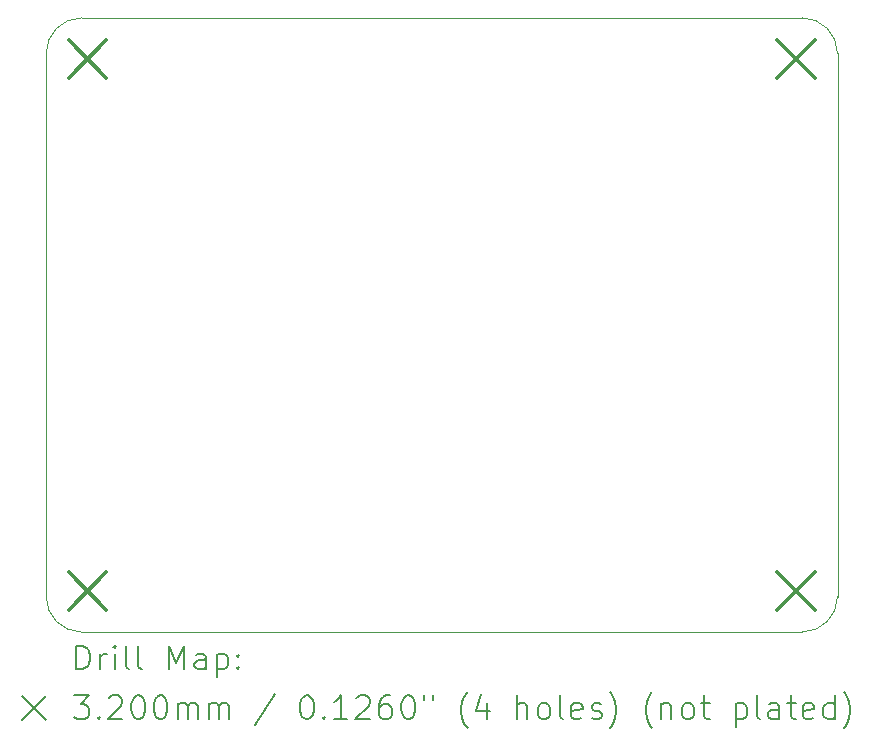
<source format=gbr>
%TF.GenerationSoftware,KiCad,Pcbnew,9.0.2*%
%TF.CreationDate,2025-06-10T18:35:05+02:00*%
%TF.ProjectId,RPI-Electronics_IO-Card.pro,5250492d-456c-4656-9374-726f6e696373,rev?*%
%TF.SameCoordinates,Original*%
%TF.FileFunction,Drillmap*%
%TF.FilePolarity,Positive*%
%FSLAX45Y45*%
G04 Gerber Fmt 4.5, Leading zero omitted, Abs format (unit mm)*
G04 Created by KiCad (PCBNEW 9.0.2) date 2025-06-10 18:35:05*
%MOMM*%
%LPD*%
G01*
G04 APERTURE LIST*
%ADD10C,0.100000*%
%ADD11C,0.200000*%
%ADD12C,0.320000*%
G04 APERTURE END LIST*
D10*
X17649000Y-10107000D02*
X17649000Y-5507000D01*
X11249000Y-5207000D02*
X17349000Y-5207000D01*
X11249000Y-10407000D02*
G75*
G02*
X10949000Y-10107000I0J300000D01*
G01*
X17649000Y-10107000D02*
G75*
G02*
X17349000Y-10407000I-300000J0D01*
G01*
X10949000Y-10107000D02*
X10949000Y-5507000D01*
X11249000Y-10407000D02*
X17349000Y-10407000D01*
X10949000Y-5507000D02*
G75*
G02*
X11249000Y-5207000I300000J0D01*
G01*
X17349000Y-5207000D02*
G75*
G02*
X17649000Y-5507000I0J-300000D01*
G01*
D11*
D12*
X11139000Y-5397000D02*
X11459000Y-5717000D01*
X11459000Y-5397000D02*
X11139000Y-5717000D01*
X11139000Y-9897000D02*
X11459000Y-10217000D01*
X11459000Y-9897000D02*
X11139000Y-10217000D01*
X17139000Y-5397000D02*
X17459000Y-5717000D01*
X17459000Y-5397000D02*
X17139000Y-5717000D01*
X17139000Y-9897000D02*
X17459000Y-10217000D01*
X17459000Y-9897000D02*
X17139000Y-10217000D01*
D11*
X11204777Y-10723484D02*
X11204777Y-10523484D01*
X11204777Y-10523484D02*
X11252396Y-10523484D01*
X11252396Y-10523484D02*
X11280967Y-10533008D01*
X11280967Y-10533008D02*
X11300015Y-10552055D01*
X11300015Y-10552055D02*
X11309539Y-10571103D01*
X11309539Y-10571103D02*
X11319062Y-10609198D01*
X11319062Y-10609198D02*
X11319062Y-10637770D01*
X11319062Y-10637770D02*
X11309539Y-10675865D01*
X11309539Y-10675865D02*
X11300015Y-10694912D01*
X11300015Y-10694912D02*
X11280967Y-10713960D01*
X11280967Y-10713960D02*
X11252396Y-10723484D01*
X11252396Y-10723484D02*
X11204777Y-10723484D01*
X11404777Y-10723484D02*
X11404777Y-10590150D01*
X11404777Y-10628246D02*
X11414301Y-10609198D01*
X11414301Y-10609198D02*
X11423824Y-10599674D01*
X11423824Y-10599674D02*
X11442872Y-10590150D01*
X11442872Y-10590150D02*
X11461920Y-10590150D01*
X11528586Y-10723484D02*
X11528586Y-10590150D01*
X11528586Y-10523484D02*
X11519062Y-10533008D01*
X11519062Y-10533008D02*
X11528586Y-10542531D01*
X11528586Y-10542531D02*
X11538110Y-10533008D01*
X11538110Y-10533008D02*
X11528586Y-10523484D01*
X11528586Y-10523484D02*
X11528586Y-10542531D01*
X11652396Y-10723484D02*
X11633348Y-10713960D01*
X11633348Y-10713960D02*
X11623824Y-10694912D01*
X11623824Y-10694912D02*
X11623824Y-10523484D01*
X11757158Y-10723484D02*
X11738110Y-10713960D01*
X11738110Y-10713960D02*
X11728586Y-10694912D01*
X11728586Y-10694912D02*
X11728586Y-10523484D01*
X11985729Y-10723484D02*
X11985729Y-10523484D01*
X11985729Y-10523484D02*
X12052396Y-10666341D01*
X12052396Y-10666341D02*
X12119062Y-10523484D01*
X12119062Y-10523484D02*
X12119062Y-10723484D01*
X12300015Y-10723484D02*
X12300015Y-10618722D01*
X12300015Y-10618722D02*
X12290491Y-10599674D01*
X12290491Y-10599674D02*
X12271443Y-10590150D01*
X12271443Y-10590150D02*
X12233348Y-10590150D01*
X12233348Y-10590150D02*
X12214301Y-10599674D01*
X12300015Y-10713960D02*
X12280967Y-10723484D01*
X12280967Y-10723484D02*
X12233348Y-10723484D01*
X12233348Y-10723484D02*
X12214301Y-10713960D01*
X12214301Y-10713960D02*
X12204777Y-10694912D01*
X12204777Y-10694912D02*
X12204777Y-10675865D01*
X12204777Y-10675865D02*
X12214301Y-10656817D01*
X12214301Y-10656817D02*
X12233348Y-10647293D01*
X12233348Y-10647293D02*
X12280967Y-10647293D01*
X12280967Y-10647293D02*
X12300015Y-10637770D01*
X12395253Y-10590150D02*
X12395253Y-10790150D01*
X12395253Y-10599674D02*
X12414301Y-10590150D01*
X12414301Y-10590150D02*
X12452396Y-10590150D01*
X12452396Y-10590150D02*
X12471443Y-10599674D01*
X12471443Y-10599674D02*
X12480967Y-10609198D01*
X12480967Y-10609198D02*
X12490491Y-10628246D01*
X12490491Y-10628246D02*
X12490491Y-10685389D01*
X12490491Y-10685389D02*
X12480967Y-10704436D01*
X12480967Y-10704436D02*
X12471443Y-10713960D01*
X12471443Y-10713960D02*
X12452396Y-10723484D01*
X12452396Y-10723484D02*
X12414301Y-10723484D01*
X12414301Y-10723484D02*
X12395253Y-10713960D01*
X12576205Y-10704436D02*
X12585729Y-10713960D01*
X12585729Y-10713960D02*
X12576205Y-10723484D01*
X12576205Y-10723484D02*
X12566682Y-10713960D01*
X12566682Y-10713960D02*
X12576205Y-10704436D01*
X12576205Y-10704436D02*
X12576205Y-10723484D01*
X12576205Y-10599674D02*
X12585729Y-10609198D01*
X12585729Y-10609198D02*
X12576205Y-10618722D01*
X12576205Y-10618722D02*
X12566682Y-10609198D01*
X12566682Y-10609198D02*
X12576205Y-10599674D01*
X12576205Y-10599674D02*
X12576205Y-10618722D01*
X10744000Y-10952000D02*
X10944000Y-11152000D01*
X10944000Y-10952000D02*
X10744000Y-11152000D01*
X11185729Y-10943484D02*
X11309539Y-10943484D01*
X11309539Y-10943484D02*
X11242872Y-11019674D01*
X11242872Y-11019674D02*
X11271443Y-11019674D01*
X11271443Y-11019674D02*
X11290491Y-11029198D01*
X11290491Y-11029198D02*
X11300015Y-11038722D01*
X11300015Y-11038722D02*
X11309539Y-11057770D01*
X11309539Y-11057770D02*
X11309539Y-11105389D01*
X11309539Y-11105389D02*
X11300015Y-11124436D01*
X11300015Y-11124436D02*
X11290491Y-11133960D01*
X11290491Y-11133960D02*
X11271443Y-11143484D01*
X11271443Y-11143484D02*
X11214301Y-11143484D01*
X11214301Y-11143484D02*
X11195253Y-11133960D01*
X11195253Y-11133960D02*
X11185729Y-11124436D01*
X11395253Y-11124436D02*
X11404777Y-11133960D01*
X11404777Y-11133960D02*
X11395253Y-11143484D01*
X11395253Y-11143484D02*
X11385729Y-11133960D01*
X11385729Y-11133960D02*
X11395253Y-11124436D01*
X11395253Y-11124436D02*
X11395253Y-11143484D01*
X11480967Y-10962531D02*
X11490491Y-10953008D01*
X11490491Y-10953008D02*
X11509539Y-10943484D01*
X11509539Y-10943484D02*
X11557158Y-10943484D01*
X11557158Y-10943484D02*
X11576205Y-10953008D01*
X11576205Y-10953008D02*
X11585729Y-10962531D01*
X11585729Y-10962531D02*
X11595253Y-10981579D01*
X11595253Y-10981579D02*
X11595253Y-11000627D01*
X11595253Y-11000627D02*
X11585729Y-11029198D01*
X11585729Y-11029198D02*
X11471443Y-11143484D01*
X11471443Y-11143484D02*
X11595253Y-11143484D01*
X11719062Y-10943484D02*
X11738110Y-10943484D01*
X11738110Y-10943484D02*
X11757158Y-10953008D01*
X11757158Y-10953008D02*
X11766682Y-10962531D01*
X11766682Y-10962531D02*
X11776205Y-10981579D01*
X11776205Y-10981579D02*
X11785729Y-11019674D01*
X11785729Y-11019674D02*
X11785729Y-11067293D01*
X11785729Y-11067293D02*
X11776205Y-11105389D01*
X11776205Y-11105389D02*
X11766682Y-11124436D01*
X11766682Y-11124436D02*
X11757158Y-11133960D01*
X11757158Y-11133960D02*
X11738110Y-11143484D01*
X11738110Y-11143484D02*
X11719062Y-11143484D01*
X11719062Y-11143484D02*
X11700015Y-11133960D01*
X11700015Y-11133960D02*
X11690491Y-11124436D01*
X11690491Y-11124436D02*
X11680967Y-11105389D01*
X11680967Y-11105389D02*
X11671443Y-11067293D01*
X11671443Y-11067293D02*
X11671443Y-11019674D01*
X11671443Y-11019674D02*
X11680967Y-10981579D01*
X11680967Y-10981579D02*
X11690491Y-10962531D01*
X11690491Y-10962531D02*
X11700015Y-10953008D01*
X11700015Y-10953008D02*
X11719062Y-10943484D01*
X11909539Y-10943484D02*
X11928586Y-10943484D01*
X11928586Y-10943484D02*
X11947634Y-10953008D01*
X11947634Y-10953008D02*
X11957158Y-10962531D01*
X11957158Y-10962531D02*
X11966682Y-10981579D01*
X11966682Y-10981579D02*
X11976205Y-11019674D01*
X11976205Y-11019674D02*
X11976205Y-11067293D01*
X11976205Y-11067293D02*
X11966682Y-11105389D01*
X11966682Y-11105389D02*
X11957158Y-11124436D01*
X11957158Y-11124436D02*
X11947634Y-11133960D01*
X11947634Y-11133960D02*
X11928586Y-11143484D01*
X11928586Y-11143484D02*
X11909539Y-11143484D01*
X11909539Y-11143484D02*
X11890491Y-11133960D01*
X11890491Y-11133960D02*
X11880967Y-11124436D01*
X11880967Y-11124436D02*
X11871443Y-11105389D01*
X11871443Y-11105389D02*
X11861920Y-11067293D01*
X11861920Y-11067293D02*
X11861920Y-11019674D01*
X11861920Y-11019674D02*
X11871443Y-10981579D01*
X11871443Y-10981579D02*
X11880967Y-10962531D01*
X11880967Y-10962531D02*
X11890491Y-10953008D01*
X11890491Y-10953008D02*
X11909539Y-10943484D01*
X12061920Y-11143484D02*
X12061920Y-11010150D01*
X12061920Y-11029198D02*
X12071443Y-11019674D01*
X12071443Y-11019674D02*
X12090491Y-11010150D01*
X12090491Y-11010150D02*
X12119063Y-11010150D01*
X12119063Y-11010150D02*
X12138110Y-11019674D01*
X12138110Y-11019674D02*
X12147634Y-11038722D01*
X12147634Y-11038722D02*
X12147634Y-11143484D01*
X12147634Y-11038722D02*
X12157158Y-11019674D01*
X12157158Y-11019674D02*
X12176205Y-11010150D01*
X12176205Y-11010150D02*
X12204777Y-11010150D01*
X12204777Y-11010150D02*
X12223824Y-11019674D01*
X12223824Y-11019674D02*
X12233348Y-11038722D01*
X12233348Y-11038722D02*
X12233348Y-11143484D01*
X12328586Y-11143484D02*
X12328586Y-11010150D01*
X12328586Y-11029198D02*
X12338110Y-11019674D01*
X12338110Y-11019674D02*
X12357158Y-11010150D01*
X12357158Y-11010150D02*
X12385729Y-11010150D01*
X12385729Y-11010150D02*
X12404777Y-11019674D01*
X12404777Y-11019674D02*
X12414301Y-11038722D01*
X12414301Y-11038722D02*
X12414301Y-11143484D01*
X12414301Y-11038722D02*
X12423824Y-11019674D01*
X12423824Y-11019674D02*
X12442872Y-11010150D01*
X12442872Y-11010150D02*
X12471443Y-11010150D01*
X12471443Y-11010150D02*
X12490491Y-11019674D01*
X12490491Y-11019674D02*
X12500015Y-11038722D01*
X12500015Y-11038722D02*
X12500015Y-11143484D01*
X12890491Y-10933960D02*
X12719063Y-11191103D01*
X13147634Y-10943484D02*
X13166682Y-10943484D01*
X13166682Y-10943484D02*
X13185729Y-10953008D01*
X13185729Y-10953008D02*
X13195253Y-10962531D01*
X13195253Y-10962531D02*
X13204777Y-10981579D01*
X13204777Y-10981579D02*
X13214301Y-11019674D01*
X13214301Y-11019674D02*
X13214301Y-11067293D01*
X13214301Y-11067293D02*
X13204777Y-11105389D01*
X13204777Y-11105389D02*
X13195253Y-11124436D01*
X13195253Y-11124436D02*
X13185729Y-11133960D01*
X13185729Y-11133960D02*
X13166682Y-11143484D01*
X13166682Y-11143484D02*
X13147634Y-11143484D01*
X13147634Y-11143484D02*
X13128586Y-11133960D01*
X13128586Y-11133960D02*
X13119063Y-11124436D01*
X13119063Y-11124436D02*
X13109539Y-11105389D01*
X13109539Y-11105389D02*
X13100015Y-11067293D01*
X13100015Y-11067293D02*
X13100015Y-11019674D01*
X13100015Y-11019674D02*
X13109539Y-10981579D01*
X13109539Y-10981579D02*
X13119063Y-10962531D01*
X13119063Y-10962531D02*
X13128586Y-10953008D01*
X13128586Y-10953008D02*
X13147634Y-10943484D01*
X13300015Y-11124436D02*
X13309539Y-11133960D01*
X13309539Y-11133960D02*
X13300015Y-11143484D01*
X13300015Y-11143484D02*
X13290491Y-11133960D01*
X13290491Y-11133960D02*
X13300015Y-11124436D01*
X13300015Y-11124436D02*
X13300015Y-11143484D01*
X13500015Y-11143484D02*
X13385729Y-11143484D01*
X13442872Y-11143484D02*
X13442872Y-10943484D01*
X13442872Y-10943484D02*
X13423825Y-10972055D01*
X13423825Y-10972055D02*
X13404777Y-10991103D01*
X13404777Y-10991103D02*
X13385729Y-11000627D01*
X13576206Y-10962531D02*
X13585729Y-10953008D01*
X13585729Y-10953008D02*
X13604777Y-10943484D01*
X13604777Y-10943484D02*
X13652396Y-10943484D01*
X13652396Y-10943484D02*
X13671444Y-10953008D01*
X13671444Y-10953008D02*
X13680967Y-10962531D01*
X13680967Y-10962531D02*
X13690491Y-10981579D01*
X13690491Y-10981579D02*
X13690491Y-11000627D01*
X13690491Y-11000627D02*
X13680967Y-11029198D01*
X13680967Y-11029198D02*
X13566682Y-11143484D01*
X13566682Y-11143484D02*
X13690491Y-11143484D01*
X13861920Y-10943484D02*
X13823825Y-10943484D01*
X13823825Y-10943484D02*
X13804777Y-10953008D01*
X13804777Y-10953008D02*
X13795253Y-10962531D01*
X13795253Y-10962531D02*
X13776206Y-10991103D01*
X13776206Y-10991103D02*
X13766682Y-11029198D01*
X13766682Y-11029198D02*
X13766682Y-11105389D01*
X13766682Y-11105389D02*
X13776206Y-11124436D01*
X13776206Y-11124436D02*
X13785729Y-11133960D01*
X13785729Y-11133960D02*
X13804777Y-11143484D01*
X13804777Y-11143484D02*
X13842872Y-11143484D01*
X13842872Y-11143484D02*
X13861920Y-11133960D01*
X13861920Y-11133960D02*
X13871444Y-11124436D01*
X13871444Y-11124436D02*
X13880967Y-11105389D01*
X13880967Y-11105389D02*
X13880967Y-11057770D01*
X13880967Y-11057770D02*
X13871444Y-11038722D01*
X13871444Y-11038722D02*
X13861920Y-11029198D01*
X13861920Y-11029198D02*
X13842872Y-11019674D01*
X13842872Y-11019674D02*
X13804777Y-11019674D01*
X13804777Y-11019674D02*
X13785729Y-11029198D01*
X13785729Y-11029198D02*
X13776206Y-11038722D01*
X13776206Y-11038722D02*
X13766682Y-11057770D01*
X14004777Y-10943484D02*
X14023825Y-10943484D01*
X14023825Y-10943484D02*
X14042872Y-10953008D01*
X14042872Y-10953008D02*
X14052396Y-10962531D01*
X14052396Y-10962531D02*
X14061920Y-10981579D01*
X14061920Y-10981579D02*
X14071444Y-11019674D01*
X14071444Y-11019674D02*
X14071444Y-11067293D01*
X14071444Y-11067293D02*
X14061920Y-11105389D01*
X14061920Y-11105389D02*
X14052396Y-11124436D01*
X14052396Y-11124436D02*
X14042872Y-11133960D01*
X14042872Y-11133960D02*
X14023825Y-11143484D01*
X14023825Y-11143484D02*
X14004777Y-11143484D01*
X14004777Y-11143484D02*
X13985729Y-11133960D01*
X13985729Y-11133960D02*
X13976206Y-11124436D01*
X13976206Y-11124436D02*
X13966682Y-11105389D01*
X13966682Y-11105389D02*
X13957158Y-11067293D01*
X13957158Y-11067293D02*
X13957158Y-11019674D01*
X13957158Y-11019674D02*
X13966682Y-10981579D01*
X13966682Y-10981579D02*
X13976206Y-10962531D01*
X13976206Y-10962531D02*
X13985729Y-10953008D01*
X13985729Y-10953008D02*
X14004777Y-10943484D01*
X14147634Y-10943484D02*
X14147634Y-10981579D01*
X14223825Y-10943484D02*
X14223825Y-10981579D01*
X14519063Y-11219674D02*
X14509539Y-11210150D01*
X14509539Y-11210150D02*
X14490491Y-11181579D01*
X14490491Y-11181579D02*
X14480968Y-11162531D01*
X14480968Y-11162531D02*
X14471444Y-11133960D01*
X14471444Y-11133960D02*
X14461920Y-11086341D01*
X14461920Y-11086341D02*
X14461920Y-11048246D01*
X14461920Y-11048246D02*
X14471444Y-11000627D01*
X14471444Y-11000627D02*
X14480968Y-10972055D01*
X14480968Y-10972055D02*
X14490491Y-10953008D01*
X14490491Y-10953008D02*
X14509539Y-10924436D01*
X14509539Y-10924436D02*
X14519063Y-10914912D01*
X14680968Y-11010150D02*
X14680968Y-11143484D01*
X14633348Y-10933960D02*
X14585729Y-11076817D01*
X14585729Y-11076817D02*
X14709539Y-11076817D01*
X14938110Y-11143484D02*
X14938110Y-10943484D01*
X15023825Y-11143484D02*
X15023825Y-11038722D01*
X15023825Y-11038722D02*
X15014301Y-11019674D01*
X15014301Y-11019674D02*
X14995253Y-11010150D01*
X14995253Y-11010150D02*
X14966682Y-11010150D01*
X14966682Y-11010150D02*
X14947634Y-11019674D01*
X14947634Y-11019674D02*
X14938110Y-11029198D01*
X15147634Y-11143484D02*
X15128587Y-11133960D01*
X15128587Y-11133960D02*
X15119063Y-11124436D01*
X15119063Y-11124436D02*
X15109539Y-11105389D01*
X15109539Y-11105389D02*
X15109539Y-11048246D01*
X15109539Y-11048246D02*
X15119063Y-11029198D01*
X15119063Y-11029198D02*
X15128587Y-11019674D01*
X15128587Y-11019674D02*
X15147634Y-11010150D01*
X15147634Y-11010150D02*
X15176206Y-11010150D01*
X15176206Y-11010150D02*
X15195253Y-11019674D01*
X15195253Y-11019674D02*
X15204777Y-11029198D01*
X15204777Y-11029198D02*
X15214301Y-11048246D01*
X15214301Y-11048246D02*
X15214301Y-11105389D01*
X15214301Y-11105389D02*
X15204777Y-11124436D01*
X15204777Y-11124436D02*
X15195253Y-11133960D01*
X15195253Y-11133960D02*
X15176206Y-11143484D01*
X15176206Y-11143484D02*
X15147634Y-11143484D01*
X15328587Y-11143484D02*
X15309539Y-11133960D01*
X15309539Y-11133960D02*
X15300015Y-11114912D01*
X15300015Y-11114912D02*
X15300015Y-10943484D01*
X15480968Y-11133960D02*
X15461920Y-11143484D01*
X15461920Y-11143484D02*
X15423825Y-11143484D01*
X15423825Y-11143484D02*
X15404777Y-11133960D01*
X15404777Y-11133960D02*
X15395253Y-11114912D01*
X15395253Y-11114912D02*
X15395253Y-11038722D01*
X15395253Y-11038722D02*
X15404777Y-11019674D01*
X15404777Y-11019674D02*
X15423825Y-11010150D01*
X15423825Y-11010150D02*
X15461920Y-11010150D01*
X15461920Y-11010150D02*
X15480968Y-11019674D01*
X15480968Y-11019674D02*
X15490491Y-11038722D01*
X15490491Y-11038722D02*
X15490491Y-11057770D01*
X15490491Y-11057770D02*
X15395253Y-11076817D01*
X15566682Y-11133960D02*
X15585730Y-11143484D01*
X15585730Y-11143484D02*
X15623825Y-11143484D01*
X15623825Y-11143484D02*
X15642872Y-11133960D01*
X15642872Y-11133960D02*
X15652396Y-11114912D01*
X15652396Y-11114912D02*
X15652396Y-11105389D01*
X15652396Y-11105389D02*
X15642872Y-11086341D01*
X15642872Y-11086341D02*
X15623825Y-11076817D01*
X15623825Y-11076817D02*
X15595253Y-11076817D01*
X15595253Y-11076817D02*
X15576206Y-11067293D01*
X15576206Y-11067293D02*
X15566682Y-11048246D01*
X15566682Y-11048246D02*
X15566682Y-11038722D01*
X15566682Y-11038722D02*
X15576206Y-11019674D01*
X15576206Y-11019674D02*
X15595253Y-11010150D01*
X15595253Y-11010150D02*
X15623825Y-11010150D01*
X15623825Y-11010150D02*
X15642872Y-11019674D01*
X15719063Y-11219674D02*
X15728587Y-11210150D01*
X15728587Y-11210150D02*
X15747634Y-11181579D01*
X15747634Y-11181579D02*
X15757158Y-11162531D01*
X15757158Y-11162531D02*
X15766682Y-11133960D01*
X15766682Y-11133960D02*
X15776206Y-11086341D01*
X15776206Y-11086341D02*
X15776206Y-11048246D01*
X15776206Y-11048246D02*
X15766682Y-11000627D01*
X15766682Y-11000627D02*
X15757158Y-10972055D01*
X15757158Y-10972055D02*
X15747634Y-10953008D01*
X15747634Y-10953008D02*
X15728587Y-10924436D01*
X15728587Y-10924436D02*
X15719063Y-10914912D01*
X16080968Y-11219674D02*
X16071444Y-11210150D01*
X16071444Y-11210150D02*
X16052396Y-11181579D01*
X16052396Y-11181579D02*
X16042872Y-11162531D01*
X16042872Y-11162531D02*
X16033349Y-11133960D01*
X16033349Y-11133960D02*
X16023825Y-11086341D01*
X16023825Y-11086341D02*
X16023825Y-11048246D01*
X16023825Y-11048246D02*
X16033349Y-11000627D01*
X16033349Y-11000627D02*
X16042872Y-10972055D01*
X16042872Y-10972055D02*
X16052396Y-10953008D01*
X16052396Y-10953008D02*
X16071444Y-10924436D01*
X16071444Y-10924436D02*
X16080968Y-10914912D01*
X16157158Y-11010150D02*
X16157158Y-11143484D01*
X16157158Y-11029198D02*
X16166682Y-11019674D01*
X16166682Y-11019674D02*
X16185730Y-11010150D01*
X16185730Y-11010150D02*
X16214301Y-11010150D01*
X16214301Y-11010150D02*
X16233349Y-11019674D01*
X16233349Y-11019674D02*
X16242872Y-11038722D01*
X16242872Y-11038722D02*
X16242872Y-11143484D01*
X16366682Y-11143484D02*
X16347634Y-11133960D01*
X16347634Y-11133960D02*
X16338111Y-11124436D01*
X16338111Y-11124436D02*
X16328587Y-11105389D01*
X16328587Y-11105389D02*
X16328587Y-11048246D01*
X16328587Y-11048246D02*
X16338111Y-11029198D01*
X16338111Y-11029198D02*
X16347634Y-11019674D01*
X16347634Y-11019674D02*
X16366682Y-11010150D01*
X16366682Y-11010150D02*
X16395253Y-11010150D01*
X16395253Y-11010150D02*
X16414301Y-11019674D01*
X16414301Y-11019674D02*
X16423825Y-11029198D01*
X16423825Y-11029198D02*
X16433349Y-11048246D01*
X16433349Y-11048246D02*
X16433349Y-11105389D01*
X16433349Y-11105389D02*
X16423825Y-11124436D01*
X16423825Y-11124436D02*
X16414301Y-11133960D01*
X16414301Y-11133960D02*
X16395253Y-11143484D01*
X16395253Y-11143484D02*
X16366682Y-11143484D01*
X16490492Y-11010150D02*
X16566682Y-11010150D01*
X16519063Y-10943484D02*
X16519063Y-11114912D01*
X16519063Y-11114912D02*
X16528587Y-11133960D01*
X16528587Y-11133960D02*
X16547634Y-11143484D01*
X16547634Y-11143484D02*
X16566682Y-11143484D01*
X16785730Y-11010150D02*
X16785730Y-11210150D01*
X16785730Y-11019674D02*
X16804777Y-11010150D01*
X16804777Y-11010150D02*
X16842873Y-11010150D01*
X16842873Y-11010150D02*
X16861920Y-11019674D01*
X16861920Y-11019674D02*
X16871444Y-11029198D01*
X16871444Y-11029198D02*
X16880968Y-11048246D01*
X16880968Y-11048246D02*
X16880968Y-11105389D01*
X16880968Y-11105389D02*
X16871444Y-11124436D01*
X16871444Y-11124436D02*
X16861920Y-11133960D01*
X16861920Y-11133960D02*
X16842873Y-11143484D01*
X16842873Y-11143484D02*
X16804777Y-11143484D01*
X16804777Y-11143484D02*
X16785730Y-11133960D01*
X16995254Y-11143484D02*
X16976206Y-11133960D01*
X16976206Y-11133960D02*
X16966682Y-11114912D01*
X16966682Y-11114912D02*
X16966682Y-10943484D01*
X17157158Y-11143484D02*
X17157158Y-11038722D01*
X17157158Y-11038722D02*
X17147635Y-11019674D01*
X17147635Y-11019674D02*
X17128587Y-11010150D01*
X17128587Y-11010150D02*
X17090492Y-11010150D01*
X17090492Y-11010150D02*
X17071444Y-11019674D01*
X17157158Y-11133960D02*
X17138111Y-11143484D01*
X17138111Y-11143484D02*
X17090492Y-11143484D01*
X17090492Y-11143484D02*
X17071444Y-11133960D01*
X17071444Y-11133960D02*
X17061920Y-11114912D01*
X17061920Y-11114912D02*
X17061920Y-11095865D01*
X17061920Y-11095865D02*
X17071444Y-11076817D01*
X17071444Y-11076817D02*
X17090492Y-11067293D01*
X17090492Y-11067293D02*
X17138111Y-11067293D01*
X17138111Y-11067293D02*
X17157158Y-11057770D01*
X17223825Y-11010150D02*
X17300015Y-11010150D01*
X17252396Y-10943484D02*
X17252396Y-11114912D01*
X17252396Y-11114912D02*
X17261920Y-11133960D01*
X17261920Y-11133960D02*
X17280968Y-11143484D01*
X17280968Y-11143484D02*
X17300015Y-11143484D01*
X17442873Y-11133960D02*
X17423825Y-11143484D01*
X17423825Y-11143484D02*
X17385730Y-11143484D01*
X17385730Y-11143484D02*
X17366682Y-11133960D01*
X17366682Y-11133960D02*
X17357158Y-11114912D01*
X17357158Y-11114912D02*
X17357158Y-11038722D01*
X17357158Y-11038722D02*
X17366682Y-11019674D01*
X17366682Y-11019674D02*
X17385730Y-11010150D01*
X17385730Y-11010150D02*
X17423825Y-11010150D01*
X17423825Y-11010150D02*
X17442873Y-11019674D01*
X17442873Y-11019674D02*
X17452396Y-11038722D01*
X17452396Y-11038722D02*
X17452396Y-11057770D01*
X17452396Y-11057770D02*
X17357158Y-11076817D01*
X17623825Y-11143484D02*
X17623825Y-10943484D01*
X17623825Y-11133960D02*
X17604777Y-11143484D01*
X17604777Y-11143484D02*
X17566682Y-11143484D01*
X17566682Y-11143484D02*
X17547635Y-11133960D01*
X17547635Y-11133960D02*
X17538111Y-11124436D01*
X17538111Y-11124436D02*
X17528587Y-11105389D01*
X17528587Y-11105389D02*
X17528587Y-11048246D01*
X17528587Y-11048246D02*
X17538111Y-11029198D01*
X17538111Y-11029198D02*
X17547635Y-11019674D01*
X17547635Y-11019674D02*
X17566682Y-11010150D01*
X17566682Y-11010150D02*
X17604777Y-11010150D01*
X17604777Y-11010150D02*
X17623825Y-11019674D01*
X17700016Y-11219674D02*
X17709539Y-11210150D01*
X17709539Y-11210150D02*
X17728587Y-11181579D01*
X17728587Y-11181579D02*
X17738111Y-11162531D01*
X17738111Y-11162531D02*
X17747635Y-11133960D01*
X17747635Y-11133960D02*
X17757158Y-11086341D01*
X17757158Y-11086341D02*
X17757158Y-11048246D01*
X17757158Y-11048246D02*
X17747635Y-11000627D01*
X17747635Y-11000627D02*
X17738111Y-10972055D01*
X17738111Y-10972055D02*
X17728587Y-10953008D01*
X17728587Y-10953008D02*
X17709539Y-10924436D01*
X17709539Y-10924436D02*
X17700016Y-10914912D01*
M02*

</source>
